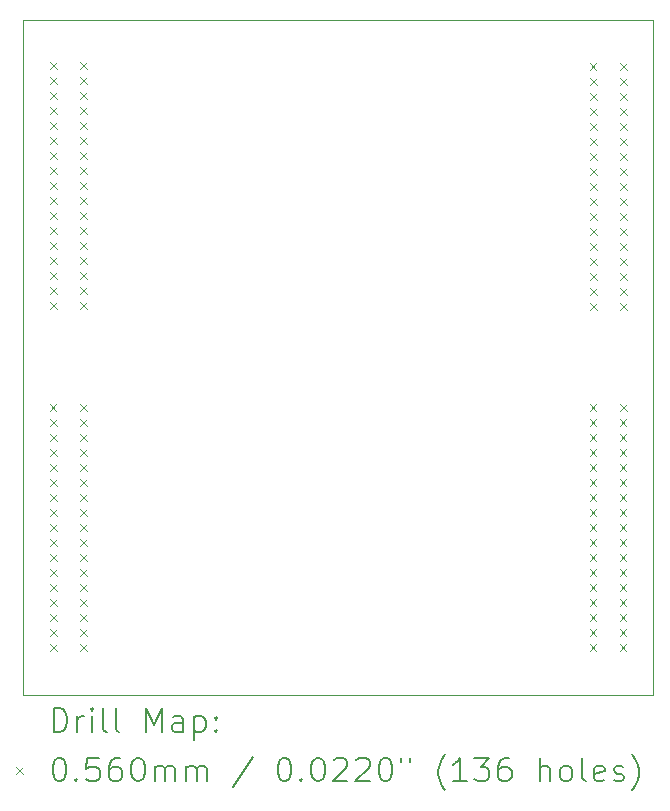
<source format=gbr>
%TF.GenerationSoftware,KiCad,Pcbnew,7.0.7*%
%TF.CreationDate,2023-09-12T10:14:56-04:00*%
%TF.ProjectId,Temps_South,54656d70-735f-4536-9f75-74682e6b6963,B*%
%TF.SameCoordinates,Original*%
%TF.FileFunction,Drillmap*%
%TF.FilePolarity,Positive*%
%FSLAX45Y45*%
G04 Gerber Fmt 4.5, Leading zero omitted, Abs format (unit mm)*
G04 Created by KiCad (PCBNEW 7.0.7) date 2023-09-12 10:14:56*
%MOMM*%
%LPD*%
G01*
G04 APERTURE LIST*
%ADD10C,0.100000*%
%ADD11C,0.200000*%
%ADD12C,0.056000*%
G04 APERTURE END LIST*
D10*
X9144000Y-4699000D02*
X14478000Y-4699000D01*
X14478000Y-10414000D01*
X9144000Y-10414000D01*
X9144000Y-4699000D01*
D11*
D12*
X9366444Y-7957760D02*
X9422444Y-8013760D01*
X9422444Y-7957760D02*
X9366444Y-8013760D01*
X9367460Y-8084760D02*
X9423460Y-8140760D01*
X9423460Y-8084760D02*
X9367460Y-8140760D01*
X9367460Y-8211760D02*
X9423460Y-8267760D01*
X9423460Y-8211760D02*
X9367460Y-8267760D01*
X9367460Y-8338760D02*
X9423460Y-8394760D01*
X9423460Y-8338760D02*
X9367460Y-8394760D01*
X9367460Y-8465760D02*
X9423460Y-8521760D01*
X9423460Y-8465760D02*
X9367460Y-8521760D01*
X9367460Y-8592760D02*
X9423460Y-8648760D01*
X9423460Y-8592760D02*
X9367460Y-8648760D01*
X9367460Y-8719760D02*
X9423460Y-8775760D01*
X9423460Y-8719760D02*
X9367460Y-8775760D01*
X9367460Y-8846760D02*
X9423460Y-8902760D01*
X9423460Y-8846760D02*
X9367460Y-8902760D01*
X9367460Y-8973760D02*
X9423460Y-9029760D01*
X9423460Y-8973760D02*
X9367460Y-9029760D01*
X9367460Y-9100760D02*
X9423460Y-9156760D01*
X9423460Y-9100760D02*
X9367460Y-9156760D01*
X9367460Y-9227760D02*
X9423460Y-9283760D01*
X9423460Y-9227760D02*
X9367460Y-9283760D01*
X9367460Y-9354760D02*
X9423460Y-9410760D01*
X9423460Y-9354760D02*
X9367460Y-9410760D01*
X9367460Y-9481760D02*
X9423460Y-9537760D01*
X9423460Y-9481760D02*
X9367460Y-9537760D01*
X9367460Y-9608760D02*
X9423460Y-9664760D01*
X9423460Y-9608760D02*
X9367460Y-9664760D01*
X9367460Y-9735760D02*
X9423460Y-9791760D01*
X9423460Y-9735760D02*
X9367460Y-9791760D01*
X9367460Y-9862760D02*
X9423460Y-9918760D01*
X9423460Y-9862760D02*
X9367460Y-9918760D01*
X9367460Y-9989760D02*
X9423460Y-10045760D01*
X9423460Y-9989760D02*
X9367460Y-10045760D01*
X9368984Y-5062160D02*
X9424984Y-5118160D01*
X9424984Y-5062160D02*
X9368984Y-5118160D01*
X9370000Y-5189160D02*
X9426000Y-5245160D01*
X9426000Y-5189160D02*
X9370000Y-5245160D01*
X9370000Y-5316160D02*
X9426000Y-5372160D01*
X9426000Y-5316160D02*
X9370000Y-5372160D01*
X9370000Y-5443160D02*
X9426000Y-5499160D01*
X9426000Y-5443160D02*
X9370000Y-5499160D01*
X9370000Y-5570160D02*
X9426000Y-5626160D01*
X9426000Y-5570160D02*
X9370000Y-5626160D01*
X9370000Y-5697160D02*
X9426000Y-5753160D01*
X9426000Y-5697160D02*
X9370000Y-5753160D01*
X9370000Y-5824160D02*
X9426000Y-5880160D01*
X9426000Y-5824160D02*
X9370000Y-5880160D01*
X9370000Y-5951160D02*
X9426000Y-6007160D01*
X9426000Y-5951160D02*
X9370000Y-6007160D01*
X9370000Y-6078160D02*
X9426000Y-6134160D01*
X9426000Y-6078160D02*
X9370000Y-6134160D01*
X9370000Y-6205160D02*
X9426000Y-6261160D01*
X9426000Y-6205160D02*
X9370000Y-6261160D01*
X9370000Y-6332160D02*
X9426000Y-6388160D01*
X9426000Y-6332160D02*
X9370000Y-6388160D01*
X9370000Y-6459160D02*
X9426000Y-6515160D01*
X9426000Y-6459160D02*
X9370000Y-6515160D01*
X9370000Y-6586160D02*
X9426000Y-6642160D01*
X9426000Y-6586160D02*
X9370000Y-6642160D01*
X9370000Y-6713160D02*
X9426000Y-6769160D01*
X9426000Y-6713160D02*
X9370000Y-6769160D01*
X9370000Y-6840160D02*
X9426000Y-6896160D01*
X9426000Y-6840160D02*
X9370000Y-6896160D01*
X9370000Y-6967160D02*
X9426000Y-7023160D01*
X9426000Y-6967160D02*
X9370000Y-7023160D01*
X9370000Y-7094160D02*
X9426000Y-7150160D01*
X9426000Y-7094160D02*
X9370000Y-7150160D01*
X9621460Y-8084760D02*
X9677460Y-8140760D01*
X9677460Y-8084760D02*
X9621460Y-8140760D01*
X9621460Y-8211760D02*
X9677460Y-8267760D01*
X9677460Y-8211760D02*
X9621460Y-8267760D01*
X9621460Y-8338760D02*
X9677460Y-8394760D01*
X9677460Y-8338760D02*
X9621460Y-8394760D01*
X9621460Y-8465760D02*
X9677460Y-8521760D01*
X9677460Y-8465760D02*
X9621460Y-8521760D01*
X9621460Y-8592760D02*
X9677460Y-8648760D01*
X9677460Y-8592760D02*
X9621460Y-8648760D01*
X9621460Y-8719760D02*
X9677460Y-8775760D01*
X9677460Y-8719760D02*
X9621460Y-8775760D01*
X9621460Y-8846760D02*
X9677460Y-8902760D01*
X9677460Y-8846760D02*
X9621460Y-8902760D01*
X9621460Y-8973760D02*
X9677460Y-9029760D01*
X9677460Y-8973760D02*
X9621460Y-9029760D01*
X9621460Y-9100760D02*
X9677460Y-9156760D01*
X9677460Y-9100760D02*
X9621460Y-9156760D01*
X9621460Y-9227760D02*
X9677460Y-9283760D01*
X9677460Y-9227760D02*
X9621460Y-9283760D01*
X9621460Y-9354760D02*
X9677460Y-9410760D01*
X9677460Y-9354760D02*
X9621460Y-9410760D01*
X9621460Y-9481760D02*
X9677460Y-9537760D01*
X9677460Y-9481760D02*
X9621460Y-9537760D01*
X9621460Y-9608760D02*
X9677460Y-9664760D01*
X9677460Y-9608760D02*
X9621460Y-9664760D01*
X9621460Y-9735760D02*
X9677460Y-9791760D01*
X9677460Y-9735760D02*
X9621460Y-9791760D01*
X9621460Y-9862760D02*
X9677460Y-9918760D01*
X9677460Y-9862760D02*
X9621460Y-9918760D01*
X9621460Y-9989760D02*
X9677460Y-10045760D01*
X9677460Y-9989760D02*
X9621460Y-10045760D01*
X9622476Y-7957760D02*
X9678476Y-8013760D01*
X9678476Y-7957760D02*
X9622476Y-8013760D01*
X9624000Y-5189160D02*
X9680000Y-5245160D01*
X9680000Y-5189160D02*
X9624000Y-5245160D01*
X9624000Y-5316160D02*
X9680000Y-5372160D01*
X9680000Y-5316160D02*
X9624000Y-5372160D01*
X9624000Y-5443160D02*
X9680000Y-5499160D01*
X9680000Y-5443160D02*
X9624000Y-5499160D01*
X9624000Y-5570160D02*
X9680000Y-5626160D01*
X9680000Y-5570160D02*
X9624000Y-5626160D01*
X9624000Y-5697160D02*
X9680000Y-5753160D01*
X9680000Y-5697160D02*
X9624000Y-5753160D01*
X9624000Y-5824160D02*
X9680000Y-5880160D01*
X9680000Y-5824160D02*
X9624000Y-5880160D01*
X9624000Y-5951160D02*
X9680000Y-6007160D01*
X9680000Y-5951160D02*
X9624000Y-6007160D01*
X9624000Y-6078160D02*
X9680000Y-6134160D01*
X9680000Y-6078160D02*
X9624000Y-6134160D01*
X9624000Y-6205160D02*
X9680000Y-6261160D01*
X9680000Y-6205160D02*
X9624000Y-6261160D01*
X9624000Y-6332160D02*
X9680000Y-6388160D01*
X9680000Y-6332160D02*
X9624000Y-6388160D01*
X9624000Y-6459160D02*
X9680000Y-6515160D01*
X9680000Y-6459160D02*
X9624000Y-6515160D01*
X9624000Y-6586160D02*
X9680000Y-6642160D01*
X9680000Y-6586160D02*
X9624000Y-6642160D01*
X9624000Y-6713160D02*
X9680000Y-6769160D01*
X9680000Y-6713160D02*
X9624000Y-6769160D01*
X9624000Y-6840160D02*
X9680000Y-6896160D01*
X9680000Y-6840160D02*
X9624000Y-6896160D01*
X9624000Y-6967160D02*
X9680000Y-7023160D01*
X9680000Y-6967160D02*
X9624000Y-7023160D01*
X9624000Y-7094160D02*
X9680000Y-7150160D01*
X9680000Y-7094160D02*
X9624000Y-7150160D01*
X9625016Y-5062160D02*
X9681016Y-5118160D01*
X9681016Y-5062160D02*
X9625016Y-5118160D01*
X13937984Y-7957760D02*
X13993984Y-8013760D01*
X13993984Y-7957760D02*
X13937984Y-8013760D01*
X13938444Y-5067240D02*
X13994444Y-5123240D01*
X13994444Y-5067240D02*
X13938444Y-5123240D01*
X13939000Y-8084760D02*
X13995000Y-8140760D01*
X13995000Y-8084760D02*
X13939000Y-8140760D01*
X13939000Y-8211760D02*
X13995000Y-8267760D01*
X13995000Y-8211760D02*
X13939000Y-8267760D01*
X13939000Y-8338760D02*
X13995000Y-8394760D01*
X13995000Y-8338760D02*
X13939000Y-8394760D01*
X13939000Y-8465760D02*
X13995000Y-8521760D01*
X13995000Y-8465760D02*
X13939000Y-8521760D01*
X13939000Y-8592760D02*
X13995000Y-8648760D01*
X13995000Y-8592760D02*
X13939000Y-8648760D01*
X13939000Y-8719760D02*
X13995000Y-8775760D01*
X13995000Y-8719760D02*
X13939000Y-8775760D01*
X13939000Y-8846760D02*
X13995000Y-8902760D01*
X13995000Y-8846760D02*
X13939000Y-8902760D01*
X13939000Y-8973760D02*
X13995000Y-9029760D01*
X13995000Y-8973760D02*
X13939000Y-9029760D01*
X13939000Y-9100760D02*
X13995000Y-9156760D01*
X13995000Y-9100760D02*
X13939000Y-9156760D01*
X13939000Y-9227760D02*
X13995000Y-9283760D01*
X13995000Y-9227760D02*
X13939000Y-9283760D01*
X13939000Y-9354760D02*
X13995000Y-9410760D01*
X13995000Y-9354760D02*
X13939000Y-9410760D01*
X13939000Y-9481760D02*
X13995000Y-9537760D01*
X13995000Y-9481760D02*
X13939000Y-9537760D01*
X13939000Y-9608760D02*
X13995000Y-9664760D01*
X13995000Y-9608760D02*
X13939000Y-9664760D01*
X13939000Y-9735760D02*
X13995000Y-9791760D01*
X13995000Y-9735760D02*
X13939000Y-9791760D01*
X13939000Y-9862760D02*
X13995000Y-9918760D01*
X13995000Y-9862760D02*
X13939000Y-9918760D01*
X13939000Y-9989760D02*
X13995000Y-10045760D01*
X13995000Y-9989760D02*
X13939000Y-10045760D01*
X13939460Y-5194240D02*
X13995460Y-5250240D01*
X13995460Y-5194240D02*
X13939460Y-5250240D01*
X13939460Y-5321240D02*
X13995460Y-5377240D01*
X13995460Y-5321240D02*
X13939460Y-5377240D01*
X13939460Y-5448240D02*
X13995460Y-5504240D01*
X13995460Y-5448240D02*
X13939460Y-5504240D01*
X13939460Y-5575240D02*
X13995460Y-5631240D01*
X13995460Y-5575240D02*
X13939460Y-5631240D01*
X13939460Y-5702240D02*
X13995460Y-5758240D01*
X13995460Y-5702240D02*
X13939460Y-5758240D01*
X13939460Y-5829240D02*
X13995460Y-5885240D01*
X13995460Y-5829240D02*
X13939460Y-5885240D01*
X13939460Y-5956240D02*
X13995460Y-6012240D01*
X13995460Y-5956240D02*
X13939460Y-6012240D01*
X13939460Y-6083240D02*
X13995460Y-6139240D01*
X13995460Y-6083240D02*
X13939460Y-6139240D01*
X13939460Y-6210240D02*
X13995460Y-6266240D01*
X13995460Y-6210240D02*
X13939460Y-6266240D01*
X13939460Y-6337240D02*
X13995460Y-6393240D01*
X13995460Y-6337240D02*
X13939460Y-6393240D01*
X13939460Y-6464240D02*
X13995460Y-6520240D01*
X13995460Y-6464240D02*
X13939460Y-6520240D01*
X13939460Y-6591240D02*
X13995460Y-6647240D01*
X13995460Y-6591240D02*
X13939460Y-6647240D01*
X13939460Y-6718240D02*
X13995460Y-6774240D01*
X13995460Y-6718240D02*
X13939460Y-6774240D01*
X13939460Y-6845240D02*
X13995460Y-6901240D01*
X13995460Y-6845240D02*
X13939460Y-6901240D01*
X13939460Y-6972240D02*
X13995460Y-7028240D01*
X13995460Y-6972240D02*
X13939460Y-7028240D01*
X13939460Y-7099240D02*
X13995460Y-7155240D01*
X13995460Y-7099240D02*
X13939460Y-7155240D01*
X14193000Y-8084760D02*
X14249000Y-8140760D01*
X14249000Y-8084760D02*
X14193000Y-8140760D01*
X14193000Y-8211760D02*
X14249000Y-8267760D01*
X14249000Y-8211760D02*
X14193000Y-8267760D01*
X14193000Y-8338760D02*
X14249000Y-8394760D01*
X14249000Y-8338760D02*
X14193000Y-8394760D01*
X14193000Y-8465760D02*
X14249000Y-8521760D01*
X14249000Y-8465760D02*
X14193000Y-8521760D01*
X14193000Y-8592760D02*
X14249000Y-8648760D01*
X14249000Y-8592760D02*
X14193000Y-8648760D01*
X14193000Y-8719760D02*
X14249000Y-8775760D01*
X14249000Y-8719760D02*
X14193000Y-8775760D01*
X14193000Y-8846760D02*
X14249000Y-8902760D01*
X14249000Y-8846760D02*
X14193000Y-8902760D01*
X14193000Y-8973760D02*
X14249000Y-9029760D01*
X14249000Y-8973760D02*
X14193000Y-9029760D01*
X14193000Y-9100760D02*
X14249000Y-9156760D01*
X14249000Y-9100760D02*
X14193000Y-9156760D01*
X14193000Y-9227760D02*
X14249000Y-9283760D01*
X14249000Y-9227760D02*
X14193000Y-9283760D01*
X14193000Y-9354760D02*
X14249000Y-9410760D01*
X14249000Y-9354760D02*
X14193000Y-9410760D01*
X14193000Y-9481760D02*
X14249000Y-9537760D01*
X14249000Y-9481760D02*
X14193000Y-9537760D01*
X14193000Y-9608760D02*
X14249000Y-9664760D01*
X14249000Y-9608760D02*
X14193000Y-9664760D01*
X14193000Y-9735760D02*
X14249000Y-9791760D01*
X14249000Y-9735760D02*
X14193000Y-9791760D01*
X14193000Y-9862760D02*
X14249000Y-9918760D01*
X14249000Y-9862760D02*
X14193000Y-9918760D01*
X14193000Y-9989760D02*
X14249000Y-10045760D01*
X14249000Y-9989760D02*
X14193000Y-10045760D01*
X14193460Y-5194240D02*
X14249460Y-5250240D01*
X14249460Y-5194240D02*
X14193460Y-5250240D01*
X14193460Y-5321240D02*
X14249460Y-5377240D01*
X14249460Y-5321240D02*
X14193460Y-5377240D01*
X14193460Y-5448240D02*
X14249460Y-5504240D01*
X14249460Y-5448240D02*
X14193460Y-5504240D01*
X14193460Y-5575240D02*
X14249460Y-5631240D01*
X14249460Y-5575240D02*
X14193460Y-5631240D01*
X14193460Y-5702240D02*
X14249460Y-5758240D01*
X14249460Y-5702240D02*
X14193460Y-5758240D01*
X14193460Y-5829240D02*
X14249460Y-5885240D01*
X14249460Y-5829240D02*
X14193460Y-5885240D01*
X14193460Y-5956240D02*
X14249460Y-6012240D01*
X14249460Y-5956240D02*
X14193460Y-6012240D01*
X14193460Y-6083240D02*
X14249460Y-6139240D01*
X14249460Y-6083240D02*
X14193460Y-6139240D01*
X14193460Y-6210240D02*
X14249460Y-6266240D01*
X14249460Y-6210240D02*
X14193460Y-6266240D01*
X14193460Y-6337240D02*
X14249460Y-6393240D01*
X14249460Y-6337240D02*
X14193460Y-6393240D01*
X14193460Y-6464240D02*
X14249460Y-6520240D01*
X14249460Y-6464240D02*
X14193460Y-6520240D01*
X14193460Y-6591240D02*
X14249460Y-6647240D01*
X14249460Y-6591240D02*
X14193460Y-6647240D01*
X14193460Y-6718240D02*
X14249460Y-6774240D01*
X14249460Y-6718240D02*
X14193460Y-6774240D01*
X14193460Y-6845240D02*
X14249460Y-6901240D01*
X14249460Y-6845240D02*
X14193460Y-6901240D01*
X14193460Y-6972240D02*
X14249460Y-7028240D01*
X14249460Y-6972240D02*
X14193460Y-7028240D01*
X14193460Y-7099240D02*
X14249460Y-7155240D01*
X14249460Y-7099240D02*
X14193460Y-7155240D01*
X14194016Y-7957760D02*
X14250016Y-8013760D01*
X14250016Y-7957760D02*
X14194016Y-8013760D01*
X14194476Y-5067240D02*
X14250476Y-5123240D01*
X14250476Y-5067240D02*
X14194476Y-5123240D01*
D11*
X9399777Y-10730484D02*
X9399777Y-10530484D01*
X9399777Y-10530484D02*
X9447396Y-10530484D01*
X9447396Y-10530484D02*
X9475967Y-10540008D01*
X9475967Y-10540008D02*
X9495015Y-10559055D01*
X9495015Y-10559055D02*
X9504539Y-10578103D01*
X9504539Y-10578103D02*
X9514063Y-10616198D01*
X9514063Y-10616198D02*
X9514063Y-10644770D01*
X9514063Y-10644770D02*
X9504539Y-10682865D01*
X9504539Y-10682865D02*
X9495015Y-10701912D01*
X9495015Y-10701912D02*
X9475967Y-10720960D01*
X9475967Y-10720960D02*
X9447396Y-10730484D01*
X9447396Y-10730484D02*
X9399777Y-10730484D01*
X9599777Y-10730484D02*
X9599777Y-10597150D01*
X9599777Y-10635246D02*
X9609301Y-10616198D01*
X9609301Y-10616198D02*
X9618824Y-10606674D01*
X9618824Y-10606674D02*
X9637872Y-10597150D01*
X9637872Y-10597150D02*
X9656920Y-10597150D01*
X9723586Y-10730484D02*
X9723586Y-10597150D01*
X9723586Y-10530484D02*
X9714063Y-10540008D01*
X9714063Y-10540008D02*
X9723586Y-10549531D01*
X9723586Y-10549531D02*
X9733110Y-10540008D01*
X9733110Y-10540008D02*
X9723586Y-10530484D01*
X9723586Y-10530484D02*
X9723586Y-10549531D01*
X9847396Y-10730484D02*
X9828348Y-10720960D01*
X9828348Y-10720960D02*
X9818824Y-10701912D01*
X9818824Y-10701912D02*
X9818824Y-10530484D01*
X9952158Y-10730484D02*
X9933110Y-10720960D01*
X9933110Y-10720960D02*
X9923586Y-10701912D01*
X9923586Y-10701912D02*
X9923586Y-10530484D01*
X10180729Y-10730484D02*
X10180729Y-10530484D01*
X10180729Y-10530484D02*
X10247396Y-10673341D01*
X10247396Y-10673341D02*
X10314063Y-10530484D01*
X10314063Y-10530484D02*
X10314063Y-10730484D01*
X10495015Y-10730484D02*
X10495015Y-10625722D01*
X10495015Y-10625722D02*
X10485491Y-10606674D01*
X10485491Y-10606674D02*
X10466444Y-10597150D01*
X10466444Y-10597150D02*
X10428348Y-10597150D01*
X10428348Y-10597150D02*
X10409301Y-10606674D01*
X10495015Y-10720960D02*
X10475967Y-10730484D01*
X10475967Y-10730484D02*
X10428348Y-10730484D01*
X10428348Y-10730484D02*
X10409301Y-10720960D01*
X10409301Y-10720960D02*
X10399777Y-10701912D01*
X10399777Y-10701912D02*
X10399777Y-10682865D01*
X10399777Y-10682865D02*
X10409301Y-10663817D01*
X10409301Y-10663817D02*
X10428348Y-10654293D01*
X10428348Y-10654293D02*
X10475967Y-10654293D01*
X10475967Y-10654293D02*
X10495015Y-10644770D01*
X10590253Y-10597150D02*
X10590253Y-10797150D01*
X10590253Y-10606674D02*
X10609301Y-10597150D01*
X10609301Y-10597150D02*
X10647396Y-10597150D01*
X10647396Y-10597150D02*
X10666444Y-10606674D01*
X10666444Y-10606674D02*
X10675967Y-10616198D01*
X10675967Y-10616198D02*
X10685491Y-10635246D01*
X10685491Y-10635246D02*
X10685491Y-10692389D01*
X10685491Y-10692389D02*
X10675967Y-10711436D01*
X10675967Y-10711436D02*
X10666444Y-10720960D01*
X10666444Y-10720960D02*
X10647396Y-10730484D01*
X10647396Y-10730484D02*
X10609301Y-10730484D01*
X10609301Y-10730484D02*
X10590253Y-10720960D01*
X10771205Y-10711436D02*
X10780729Y-10720960D01*
X10780729Y-10720960D02*
X10771205Y-10730484D01*
X10771205Y-10730484D02*
X10761682Y-10720960D01*
X10761682Y-10720960D02*
X10771205Y-10711436D01*
X10771205Y-10711436D02*
X10771205Y-10730484D01*
X10771205Y-10606674D02*
X10780729Y-10616198D01*
X10780729Y-10616198D02*
X10771205Y-10625722D01*
X10771205Y-10625722D02*
X10761682Y-10616198D01*
X10761682Y-10616198D02*
X10771205Y-10606674D01*
X10771205Y-10606674D02*
X10771205Y-10625722D01*
D12*
X9083000Y-11031000D02*
X9139000Y-11087000D01*
X9139000Y-11031000D02*
X9083000Y-11087000D01*
D11*
X9437872Y-10950484D02*
X9456920Y-10950484D01*
X9456920Y-10950484D02*
X9475967Y-10960008D01*
X9475967Y-10960008D02*
X9485491Y-10969531D01*
X9485491Y-10969531D02*
X9495015Y-10988579D01*
X9495015Y-10988579D02*
X9504539Y-11026674D01*
X9504539Y-11026674D02*
X9504539Y-11074293D01*
X9504539Y-11074293D02*
X9495015Y-11112389D01*
X9495015Y-11112389D02*
X9485491Y-11131436D01*
X9485491Y-11131436D02*
X9475967Y-11140960D01*
X9475967Y-11140960D02*
X9456920Y-11150484D01*
X9456920Y-11150484D02*
X9437872Y-11150484D01*
X9437872Y-11150484D02*
X9418824Y-11140960D01*
X9418824Y-11140960D02*
X9409301Y-11131436D01*
X9409301Y-11131436D02*
X9399777Y-11112389D01*
X9399777Y-11112389D02*
X9390253Y-11074293D01*
X9390253Y-11074293D02*
X9390253Y-11026674D01*
X9390253Y-11026674D02*
X9399777Y-10988579D01*
X9399777Y-10988579D02*
X9409301Y-10969531D01*
X9409301Y-10969531D02*
X9418824Y-10960008D01*
X9418824Y-10960008D02*
X9437872Y-10950484D01*
X9590253Y-11131436D02*
X9599777Y-11140960D01*
X9599777Y-11140960D02*
X9590253Y-11150484D01*
X9590253Y-11150484D02*
X9580729Y-11140960D01*
X9580729Y-11140960D02*
X9590253Y-11131436D01*
X9590253Y-11131436D02*
X9590253Y-11150484D01*
X9780729Y-10950484D02*
X9685491Y-10950484D01*
X9685491Y-10950484D02*
X9675967Y-11045722D01*
X9675967Y-11045722D02*
X9685491Y-11036198D01*
X9685491Y-11036198D02*
X9704539Y-11026674D01*
X9704539Y-11026674D02*
X9752158Y-11026674D01*
X9752158Y-11026674D02*
X9771205Y-11036198D01*
X9771205Y-11036198D02*
X9780729Y-11045722D01*
X9780729Y-11045722D02*
X9790253Y-11064770D01*
X9790253Y-11064770D02*
X9790253Y-11112389D01*
X9790253Y-11112389D02*
X9780729Y-11131436D01*
X9780729Y-11131436D02*
X9771205Y-11140960D01*
X9771205Y-11140960D02*
X9752158Y-11150484D01*
X9752158Y-11150484D02*
X9704539Y-11150484D01*
X9704539Y-11150484D02*
X9685491Y-11140960D01*
X9685491Y-11140960D02*
X9675967Y-11131436D01*
X9961682Y-10950484D02*
X9923586Y-10950484D01*
X9923586Y-10950484D02*
X9904539Y-10960008D01*
X9904539Y-10960008D02*
X9895015Y-10969531D01*
X9895015Y-10969531D02*
X9875967Y-10998103D01*
X9875967Y-10998103D02*
X9866444Y-11036198D01*
X9866444Y-11036198D02*
X9866444Y-11112389D01*
X9866444Y-11112389D02*
X9875967Y-11131436D01*
X9875967Y-11131436D02*
X9885491Y-11140960D01*
X9885491Y-11140960D02*
X9904539Y-11150484D01*
X9904539Y-11150484D02*
X9942634Y-11150484D01*
X9942634Y-11150484D02*
X9961682Y-11140960D01*
X9961682Y-11140960D02*
X9971205Y-11131436D01*
X9971205Y-11131436D02*
X9980729Y-11112389D01*
X9980729Y-11112389D02*
X9980729Y-11064770D01*
X9980729Y-11064770D02*
X9971205Y-11045722D01*
X9971205Y-11045722D02*
X9961682Y-11036198D01*
X9961682Y-11036198D02*
X9942634Y-11026674D01*
X9942634Y-11026674D02*
X9904539Y-11026674D01*
X9904539Y-11026674D02*
X9885491Y-11036198D01*
X9885491Y-11036198D02*
X9875967Y-11045722D01*
X9875967Y-11045722D02*
X9866444Y-11064770D01*
X10104539Y-10950484D02*
X10123586Y-10950484D01*
X10123586Y-10950484D02*
X10142634Y-10960008D01*
X10142634Y-10960008D02*
X10152158Y-10969531D01*
X10152158Y-10969531D02*
X10161682Y-10988579D01*
X10161682Y-10988579D02*
X10171205Y-11026674D01*
X10171205Y-11026674D02*
X10171205Y-11074293D01*
X10171205Y-11074293D02*
X10161682Y-11112389D01*
X10161682Y-11112389D02*
X10152158Y-11131436D01*
X10152158Y-11131436D02*
X10142634Y-11140960D01*
X10142634Y-11140960D02*
X10123586Y-11150484D01*
X10123586Y-11150484D02*
X10104539Y-11150484D01*
X10104539Y-11150484D02*
X10085491Y-11140960D01*
X10085491Y-11140960D02*
X10075967Y-11131436D01*
X10075967Y-11131436D02*
X10066444Y-11112389D01*
X10066444Y-11112389D02*
X10056920Y-11074293D01*
X10056920Y-11074293D02*
X10056920Y-11026674D01*
X10056920Y-11026674D02*
X10066444Y-10988579D01*
X10066444Y-10988579D02*
X10075967Y-10969531D01*
X10075967Y-10969531D02*
X10085491Y-10960008D01*
X10085491Y-10960008D02*
X10104539Y-10950484D01*
X10256920Y-11150484D02*
X10256920Y-11017150D01*
X10256920Y-11036198D02*
X10266444Y-11026674D01*
X10266444Y-11026674D02*
X10285491Y-11017150D01*
X10285491Y-11017150D02*
X10314063Y-11017150D01*
X10314063Y-11017150D02*
X10333110Y-11026674D01*
X10333110Y-11026674D02*
X10342634Y-11045722D01*
X10342634Y-11045722D02*
X10342634Y-11150484D01*
X10342634Y-11045722D02*
X10352158Y-11026674D01*
X10352158Y-11026674D02*
X10371205Y-11017150D01*
X10371205Y-11017150D02*
X10399777Y-11017150D01*
X10399777Y-11017150D02*
X10418825Y-11026674D01*
X10418825Y-11026674D02*
X10428348Y-11045722D01*
X10428348Y-11045722D02*
X10428348Y-11150484D01*
X10523586Y-11150484D02*
X10523586Y-11017150D01*
X10523586Y-11036198D02*
X10533110Y-11026674D01*
X10533110Y-11026674D02*
X10552158Y-11017150D01*
X10552158Y-11017150D02*
X10580729Y-11017150D01*
X10580729Y-11017150D02*
X10599777Y-11026674D01*
X10599777Y-11026674D02*
X10609301Y-11045722D01*
X10609301Y-11045722D02*
X10609301Y-11150484D01*
X10609301Y-11045722D02*
X10618825Y-11026674D01*
X10618825Y-11026674D02*
X10637872Y-11017150D01*
X10637872Y-11017150D02*
X10666444Y-11017150D01*
X10666444Y-11017150D02*
X10685491Y-11026674D01*
X10685491Y-11026674D02*
X10695015Y-11045722D01*
X10695015Y-11045722D02*
X10695015Y-11150484D01*
X11085491Y-10940960D02*
X10914063Y-11198103D01*
X11342634Y-10950484D02*
X11361682Y-10950484D01*
X11361682Y-10950484D02*
X11380729Y-10960008D01*
X11380729Y-10960008D02*
X11390253Y-10969531D01*
X11390253Y-10969531D02*
X11399777Y-10988579D01*
X11399777Y-10988579D02*
X11409301Y-11026674D01*
X11409301Y-11026674D02*
X11409301Y-11074293D01*
X11409301Y-11074293D02*
X11399777Y-11112389D01*
X11399777Y-11112389D02*
X11390253Y-11131436D01*
X11390253Y-11131436D02*
X11380729Y-11140960D01*
X11380729Y-11140960D02*
X11361682Y-11150484D01*
X11361682Y-11150484D02*
X11342634Y-11150484D01*
X11342634Y-11150484D02*
X11323586Y-11140960D01*
X11323586Y-11140960D02*
X11314063Y-11131436D01*
X11314063Y-11131436D02*
X11304539Y-11112389D01*
X11304539Y-11112389D02*
X11295015Y-11074293D01*
X11295015Y-11074293D02*
X11295015Y-11026674D01*
X11295015Y-11026674D02*
X11304539Y-10988579D01*
X11304539Y-10988579D02*
X11314063Y-10969531D01*
X11314063Y-10969531D02*
X11323586Y-10960008D01*
X11323586Y-10960008D02*
X11342634Y-10950484D01*
X11495015Y-11131436D02*
X11504539Y-11140960D01*
X11504539Y-11140960D02*
X11495015Y-11150484D01*
X11495015Y-11150484D02*
X11485491Y-11140960D01*
X11485491Y-11140960D02*
X11495015Y-11131436D01*
X11495015Y-11131436D02*
X11495015Y-11150484D01*
X11628348Y-10950484D02*
X11647396Y-10950484D01*
X11647396Y-10950484D02*
X11666444Y-10960008D01*
X11666444Y-10960008D02*
X11675967Y-10969531D01*
X11675967Y-10969531D02*
X11685491Y-10988579D01*
X11685491Y-10988579D02*
X11695015Y-11026674D01*
X11695015Y-11026674D02*
X11695015Y-11074293D01*
X11695015Y-11074293D02*
X11685491Y-11112389D01*
X11685491Y-11112389D02*
X11675967Y-11131436D01*
X11675967Y-11131436D02*
X11666444Y-11140960D01*
X11666444Y-11140960D02*
X11647396Y-11150484D01*
X11647396Y-11150484D02*
X11628348Y-11150484D01*
X11628348Y-11150484D02*
X11609301Y-11140960D01*
X11609301Y-11140960D02*
X11599777Y-11131436D01*
X11599777Y-11131436D02*
X11590253Y-11112389D01*
X11590253Y-11112389D02*
X11580729Y-11074293D01*
X11580729Y-11074293D02*
X11580729Y-11026674D01*
X11580729Y-11026674D02*
X11590253Y-10988579D01*
X11590253Y-10988579D02*
X11599777Y-10969531D01*
X11599777Y-10969531D02*
X11609301Y-10960008D01*
X11609301Y-10960008D02*
X11628348Y-10950484D01*
X11771206Y-10969531D02*
X11780729Y-10960008D01*
X11780729Y-10960008D02*
X11799777Y-10950484D01*
X11799777Y-10950484D02*
X11847396Y-10950484D01*
X11847396Y-10950484D02*
X11866444Y-10960008D01*
X11866444Y-10960008D02*
X11875967Y-10969531D01*
X11875967Y-10969531D02*
X11885491Y-10988579D01*
X11885491Y-10988579D02*
X11885491Y-11007627D01*
X11885491Y-11007627D02*
X11875967Y-11036198D01*
X11875967Y-11036198D02*
X11761682Y-11150484D01*
X11761682Y-11150484D02*
X11885491Y-11150484D01*
X11961682Y-10969531D02*
X11971206Y-10960008D01*
X11971206Y-10960008D02*
X11990253Y-10950484D01*
X11990253Y-10950484D02*
X12037872Y-10950484D01*
X12037872Y-10950484D02*
X12056920Y-10960008D01*
X12056920Y-10960008D02*
X12066444Y-10969531D01*
X12066444Y-10969531D02*
X12075967Y-10988579D01*
X12075967Y-10988579D02*
X12075967Y-11007627D01*
X12075967Y-11007627D02*
X12066444Y-11036198D01*
X12066444Y-11036198D02*
X11952158Y-11150484D01*
X11952158Y-11150484D02*
X12075967Y-11150484D01*
X12199777Y-10950484D02*
X12218825Y-10950484D01*
X12218825Y-10950484D02*
X12237872Y-10960008D01*
X12237872Y-10960008D02*
X12247396Y-10969531D01*
X12247396Y-10969531D02*
X12256920Y-10988579D01*
X12256920Y-10988579D02*
X12266444Y-11026674D01*
X12266444Y-11026674D02*
X12266444Y-11074293D01*
X12266444Y-11074293D02*
X12256920Y-11112389D01*
X12256920Y-11112389D02*
X12247396Y-11131436D01*
X12247396Y-11131436D02*
X12237872Y-11140960D01*
X12237872Y-11140960D02*
X12218825Y-11150484D01*
X12218825Y-11150484D02*
X12199777Y-11150484D01*
X12199777Y-11150484D02*
X12180729Y-11140960D01*
X12180729Y-11140960D02*
X12171206Y-11131436D01*
X12171206Y-11131436D02*
X12161682Y-11112389D01*
X12161682Y-11112389D02*
X12152158Y-11074293D01*
X12152158Y-11074293D02*
X12152158Y-11026674D01*
X12152158Y-11026674D02*
X12161682Y-10988579D01*
X12161682Y-10988579D02*
X12171206Y-10969531D01*
X12171206Y-10969531D02*
X12180729Y-10960008D01*
X12180729Y-10960008D02*
X12199777Y-10950484D01*
X12342634Y-10950484D02*
X12342634Y-10988579D01*
X12418825Y-10950484D02*
X12418825Y-10988579D01*
X12714063Y-11226674D02*
X12704539Y-11217150D01*
X12704539Y-11217150D02*
X12685491Y-11188579D01*
X12685491Y-11188579D02*
X12675968Y-11169531D01*
X12675968Y-11169531D02*
X12666444Y-11140960D01*
X12666444Y-11140960D02*
X12656920Y-11093341D01*
X12656920Y-11093341D02*
X12656920Y-11055246D01*
X12656920Y-11055246D02*
X12666444Y-11007627D01*
X12666444Y-11007627D02*
X12675968Y-10979055D01*
X12675968Y-10979055D02*
X12685491Y-10960008D01*
X12685491Y-10960008D02*
X12704539Y-10931436D01*
X12704539Y-10931436D02*
X12714063Y-10921912D01*
X12895015Y-11150484D02*
X12780729Y-11150484D01*
X12837872Y-11150484D02*
X12837872Y-10950484D01*
X12837872Y-10950484D02*
X12818825Y-10979055D01*
X12818825Y-10979055D02*
X12799777Y-10998103D01*
X12799777Y-10998103D02*
X12780729Y-11007627D01*
X12961682Y-10950484D02*
X13085491Y-10950484D01*
X13085491Y-10950484D02*
X13018825Y-11026674D01*
X13018825Y-11026674D02*
X13047396Y-11026674D01*
X13047396Y-11026674D02*
X13066444Y-11036198D01*
X13066444Y-11036198D02*
X13075968Y-11045722D01*
X13075968Y-11045722D02*
X13085491Y-11064770D01*
X13085491Y-11064770D02*
X13085491Y-11112389D01*
X13085491Y-11112389D02*
X13075968Y-11131436D01*
X13075968Y-11131436D02*
X13066444Y-11140960D01*
X13066444Y-11140960D02*
X13047396Y-11150484D01*
X13047396Y-11150484D02*
X12990253Y-11150484D01*
X12990253Y-11150484D02*
X12971206Y-11140960D01*
X12971206Y-11140960D02*
X12961682Y-11131436D01*
X13256920Y-10950484D02*
X13218825Y-10950484D01*
X13218825Y-10950484D02*
X13199777Y-10960008D01*
X13199777Y-10960008D02*
X13190253Y-10969531D01*
X13190253Y-10969531D02*
X13171206Y-10998103D01*
X13171206Y-10998103D02*
X13161682Y-11036198D01*
X13161682Y-11036198D02*
X13161682Y-11112389D01*
X13161682Y-11112389D02*
X13171206Y-11131436D01*
X13171206Y-11131436D02*
X13180729Y-11140960D01*
X13180729Y-11140960D02*
X13199777Y-11150484D01*
X13199777Y-11150484D02*
X13237872Y-11150484D01*
X13237872Y-11150484D02*
X13256920Y-11140960D01*
X13256920Y-11140960D02*
X13266444Y-11131436D01*
X13266444Y-11131436D02*
X13275968Y-11112389D01*
X13275968Y-11112389D02*
X13275968Y-11064770D01*
X13275968Y-11064770D02*
X13266444Y-11045722D01*
X13266444Y-11045722D02*
X13256920Y-11036198D01*
X13256920Y-11036198D02*
X13237872Y-11026674D01*
X13237872Y-11026674D02*
X13199777Y-11026674D01*
X13199777Y-11026674D02*
X13180729Y-11036198D01*
X13180729Y-11036198D02*
X13171206Y-11045722D01*
X13171206Y-11045722D02*
X13161682Y-11064770D01*
X13514063Y-11150484D02*
X13514063Y-10950484D01*
X13599777Y-11150484D02*
X13599777Y-11045722D01*
X13599777Y-11045722D02*
X13590253Y-11026674D01*
X13590253Y-11026674D02*
X13571206Y-11017150D01*
X13571206Y-11017150D02*
X13542634Y-11017150D01*
X13542634Y-11017150D02*
X13523587Y-11026674D01*
X13523587Y-11026674D02*
X13514063Y-11036198D01*
X13723587Y-11150484D02*
X13704539Y-11140960D01*
X13704539Y-11140960D02*
X13695015Y-11131436D01*
X13695015Y-11131436D02*
X13685491Y-11112389D01*
X13685491Y-11112389D02*
X13685491Y-11055246D01*
X13685491Y-11055246D02*
X13695015Y-11036198D01*
X13695015Y-11036198D02*
X13704539Y-11026674D01*
X13704539Y-11026674D02*
X13723587Y-11017150D01*
X13723587Y-11017150D02*
X13752158Y-11017150D01*
X13752158Y-11017150D02*
X13771206Y-11026674D01*
X13771206Y-11026674D02*
X13780730Y-11036198D01*
X13780730Y-11036198D02*
X13790253Y-11055246D01*
X13790253Y-11055246D02*
X13790253Y-11112389D01*
X13790253Y-11112389D02*
X13780730Y-11131436D01*
X13780730Y-11131436D02*
X13771206Y-11140960D01*
X13771206Y-11140960D02*
X13752158Y-11150484D01*
X13752158Y-11150484D02*
X13723587Y-11150484D01*
X13904539Y-11150484D02*
X13885491Y-11140960D01*
X13885491Y-11140960D02*
X13875968Y-11121912D01*
X13875968Y-11121912D02*
X13875968Y-10950484D01*
X14056920Y-11140960D02*
X14037872Y-11150484D01*
X14037872Y-11150484D02*
X13999777Y-11150484D01*
X13999777Y-11150484D02*
X13980730Y-11140960D01*
X13980730Y-11140960D02*
X13971206Y-11121912D01*
X13971206Y-11121912D02*
X13971206Y-11045722D01*
X13971206Y-11045722D02*
X13980730Y-11026674D01*
X13980730Y-11026674D02*
X13999777Y-11017150D01*
X13999777Y-11017150D02*
X14037872Y-11017150D01*
X14037872Y-11017150D02*
X14056920Y-11026674D01*
X14056920Y-11026674D02*
X14066444Y-11045722D01*
X14066444Y-11045722D02*
X14066444Y-11064770D01*
X14066444Y-11064770D02*
X13971206Y-11083817D01*
X14142634Y-11140960D02*
X14161682Y-11150484D01*
X14161682Y-11150484D02*
X14199777Y-11150484D01*
X14199777Y-11150484D02*
X14218825Y-11140960D01*
X14218825Y-11140960D02*
X14228349Y-11121912D01*
X14228349Y-11121912D02*
X14228349Y-11112389D01*
X14228349Y-11112389D02*
X14218825Y-11093341D01*
X14218825Y-11093341D02*
X14199777Y-11083817D01*
X14199777Y-11083817D02*
X14171206Y-11083817D01*
X14171206Y-11083817D02*
X14152158Y-11074293D01*
X14152158Y-11074293D02*
X14142634Y-11055246D01*
X14142634Y-11055246D02*
X14142634Y-11045722D01*
X14142634Y-11045722D02*
X14152158Y-11026674D01*
X14152158Y-11026674D02*
X14171206Y-11017150D01*
X14171206Y-11017150D02*
X14199777Y-11017150D01*
X14199777Y-11017150D02*
X14218825Y-11026674D01*
X14295015Y-11226674D02*
X14304539Y-11217150D01*
X14304539Y-11217150D02*
X14323587Y-11188579D01*
X14323587Y-11188579D02*
X14333111Y-11169531D01*
X14333111Y-11169531D02*
X14342634Y-11140960D01*
X14342634Y-11140960D02*
X14352158Y-11093341D01*
X14352158Y-11093341D02*
X14352158Y-11055246D01*
X14352158Y-11055246D02*
X14342634Y-11007627D01*
X14342634Y-11007627D02*
X14333111Y-10979055D01*
X14333111Y-10979055D02*
X14323587Y-10960008D01*
X14323587Y-10960008D02*
X14304539Y-10931436D01*
X14304539Y-10931436D02*
X14295015Y-10921912D01*
M02*

</source>
